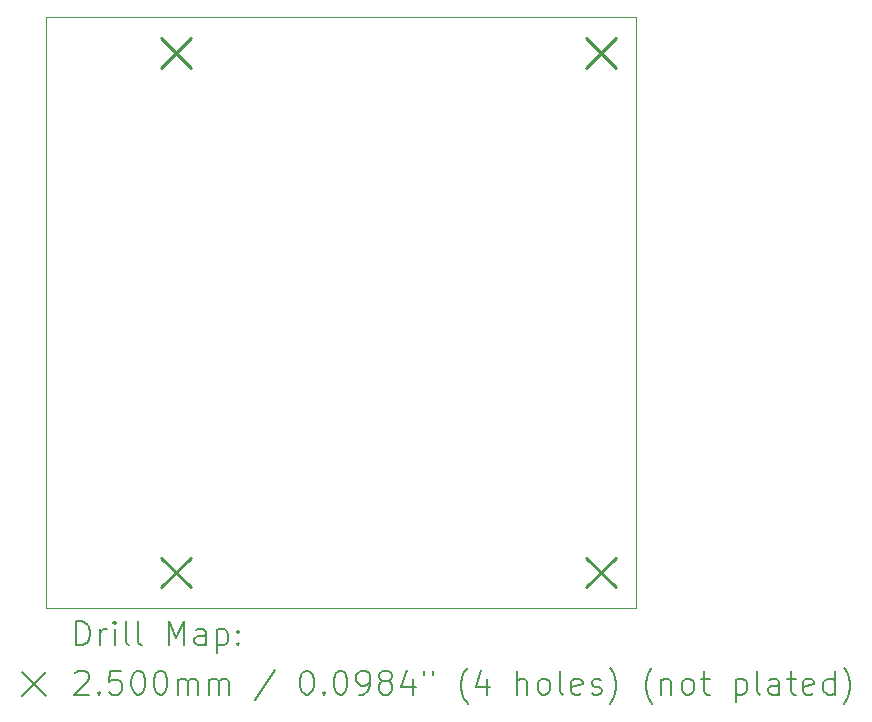
<source format=gbr>
%TF.GenerationSoftware,KiCad,Pcbnew,8.0.8*%
%TF.CreationDate,2025-02-21T19:24:58+11:00*%
%TF.ProjectId,RP2350LevelShifter,52503233-3530-44c6-9576-656c53686966,rev?*%
%TF.SameCoordinates,Original*%
%TF.FileFunction,Drillmap*%
%TF.FilePolarity,Positive*%
%FSLAX45Y45*%
G04 Gerber Fmt 4.5, Leading zero omitted, Abs format (unit mm)*
G04 Created by KiCad (PCBNEW 8.0.8) date 2025-02-21 19:24:58*
%MOMM*%
%LPD*%
G01*
G04 APERTURE LIST*
%ADD10C,0.050000*%
%ADD11C,0.200000*%
%ADD12C,0.250000*%
G04 APERTURE END LIST*
D10*
X11200000Y-13550000D02*
X16200000Y-13550000D01*
X11200000Y-8550000D02*
X16200000Y-8550000D01*
X11200000Y-8550000D02*
X11200000Y-13550000D01*
X16200000Y-13550000D02*
X16200000Y-8550000D01*
D11*
D12*
X12175000Y-8725000D02*
X12425000Y-8975000D01*
X12425000Y-8725000D02*
X12175000Y-8975000D01*
X12175000Y-13125000D02*
X12425000Y-13375000D01*
X12425000Y-13125000D02*
X12175000Y-13375000D01*
X15775000Y-8725000D02*
X16025000Y-8975000D01*
X16025000Y-8725000D02*
X15775000Y-8975000D01*
X15775000Y-13125000D02*
X16025000Y-13375000D01*
X16025000Y-13125000D02*
X15775000Y-13375000D01*
D11*
X11458277Y-13863984D02*
X11458277Y-13663984D01*
X11458277Y-13663984D02*
X11505896Y-13663984D01*
X11505896Y-13663984D02*
X11534467Y-13673508D01*
X11534467Y-13673508D02*
X11553515Y-13692555D01*
X11553515Y-13692555D02*
X11563039Y-13711603D01*
X11563039Y-13711603D02*
X11572562Y-13749698D01*
X11572562Y-13749698D02*
X11572562Y-13778269D01*
X11572562Y-13778269D02*
X11563039Y-13816365D01*
X11563039Y-13816365D02*
X11553515Y-13835412D01*
X11553515Y-13835412D02*
X11534467Y-13854460D01*
X11534467Y-13854460D02*
X11505896Y-13863984D01*
X11505896Y-13863984D02*
X11458277Y-13863984D01*
X11658277Y-13863984D02*
X11658277Y-13730650D01*
X11658277Y-13768746D02*
X11667801Y-13749698D01*
X11667801Y-13749698D02*
X11677324Y-13740174D01*
X11677324Y-13740174D02*
X11696372Y-13730650D01*
X11696372Y-13730650D02*
X11715420Y-13730650D01*
X11782086Y-13863984D02*
X11782086Y-13730650D01*
X11782086Y-13663984D02*
X11772562Y-13673508D01*
X11772562Y-13673508D02*
X11782086Y-13683031D01*
X11782086Y-13683031D02*
X11791610Y-13673508D01*
X11791610Y-13673508D02*
X11782086Y-13663984D01*
X11782086Y-13663984D02*
X11782086Y-13683031D01*
X11905896Y-13863984D02*
X11886848Y-13854460D01*
X11886848Y-13854460D02*
X11877324Y-13835412D01*
X11877324Y-13835412D02*
X11877324Y-13663984D01*
X12010658Y-13863984D02*
X11991610Y-13854460D01*
X11991610Y-13854460D02*
X11982086Y-13835412D01*
X11982086Y-13835412D02*
X11982086Y-13663984D01*
X12239229Y-13863984D02*
X12239229Y-13663984D01*
X12239229Y-13663984D02*
X12305896Y-13806841D01*
X12305896Y-13806841D02*
X12372562Y-13663984D01*
X12372562Y-13663984D02*
X12372562Y-13863984D01*
X12553515Y-13863984D02*
X12553515Y-13759222D01*
X12553515Y-13759222D02*
X12543991Y-13740174D01*
X12543991Y-13740174D02*
X12524943Y-13730650D01*
X12524943Y-13730650D02*
X12486848Y-13730650D01*
X12486848Y-13730650D02*
X12467801Y-13740174D01*
X12553515Y-13854460D02*
X12534467Y-13863984D01*
X12534467Y-13863984D02*
X12486848Y-13863984D01*
X12486848Y-13863984D02*
X12467801Y-13854460D01*
X12467801Y-13854460D02*
X12458277Y-13835412D01*
X12458277Y-13835412D02*
X12458277Y-13816365D01*
X12458277Y-13816365D02*
X12467801Y-13797317D01*
X12467801Y-13797317D02*
X12486848Y-13787793D01*
X12486848Y-13787793D02*
X12534467Y-13787793D01*
X12534467Y-13787793D02*
X12553515Y-13778269D01*
X12648753Y-13730650D02*
X12648753Y-13930650D01*
X12648753Y-13740174D02*
X12667801Y-13730650D01*
X12667801Y-13730650D02*
X12705896Y-13730650D01*
X12705896Y-13730650D02*
X12724943Y-13740174D01*
X12724943Y-13740174D02*
X12734467Y-13749698D01*
X12734467Y-13749698D02*
X12743991Y-13768746D01*
X12743991Y-13768746D02*
X12743991Y-13825888D01*
X12743991Y-13825888D02*
X12734467Y-13844936D01*
X12734467Y-13844936D02*
X12724943Y-13854460D01*
X12724943Y-13854460D02*
X12705896Y-13863984D01*
X12705896Y-13863984D02*
X12667801Y-13863984D01*
X12667801Y-13863984D02*
X12648753Y-13854460D01*
X12829705Y-13844936D02*
X12839229Y-13854460D01*
X12839229Y-13854460D02*
X12829705Y-13863984D01*
X12829705Y-13863984D02*
X12820182Y-13854460D01*
X12820182Y-13854460D02*
X12829705Y-13844936D01*
X12829705Y-13844936D02*
X12829705Y-13863984D01*
X12829705Y-13740174D02*
X12839229Y-13749698D01*
X12839229Y-13749698D02*
X12829705Y-13759222D01*
X12829705Y-13759222D02*
X12820182Y-13749698D01*
X12820182Y-13749698D02*
X12829705Y-13740174D01*
X12829705Y-13740174D02*
X12829705Y-13759222D01*
X10997500Y-14092500D02*
X11197500Y-14292500D01*
X11197500Y-14092500D02*
X10997500Y-14292500D01*
X11448753Y-14103031D02*
X11458277Y-14093508D01*
X11458277Y-14093508D02*
X11477324Y-14083984D01*
X11477324Y-14083984D02*
X11524943Y-14083984D01*
X11524943Y-14083984D02*
X11543991Y-14093508D01*
X11543991Y-14093508D02*
X11553515Y-14103031D01*
X11553515Y-14103031D02*
X11563039Y-14122079D01*
X11563039Y-14122079D02*
X11563039Y-14141127D01*
X11563039Y-14141127D02*
X11553515Y-14169698D01*
X11553515Y-14169698D02*
X11439229Y-14283984D01*
X11439229Y-14283984D02*
X11563039Y-14283984D01*
X11648753Y-14264936D02*
X11658277Y-14274460D01*
X11658277Y-14274460D02*
X11648753Y-14283984D01*
X11648753Y-14283984D02*
X11639229Y-14274460D01*
X11639229Y-14274460D02*
X11648753Y-14264936D01*
X11648753Y-14264936D02*
X11648753Y-14283984D01*
X11839229Y-14083984D02*
X11743991Y-14083984D01*
X11743991Y-14083984D02*
X11734467Y-14179222D01*
X11734467Y-14179222D02*
X11743991Y-14169698D01*
X11743991Y-14169698D02*
X11763039Y-14160174D01*
X11763039Y-14160174D02*
X11810658Y-14160174D01*
X11810658Y-14160174D02*
X11829705Y-14169698D01*
X11829705Y-14169698D02*
X11839229Y-14179222D01*
X11839229Y-14179222D02*
X11848753Y-14198269D01*
X11848753Y-14198269D02*
X11848753Y-14245888D01*
X11848753Y-14245888D02*
X11839229Y-14264936D01*
X11839229Y-14264936D02*
X11829705Y-14274460D01*
X11829705Y-14274460D02*
X11810658Y-14283984D01*
X11810658Y-14283984D02*
X11763039Y-14283984D01*
X11763039Y-14283984D02*
X11743991Y-14274460D01*
X11743991Y-14274460D02*
X11734467Y-14264936D01*
X11972562Y-14083984D02*
X11991610Y-14083984D01*
X11991610Y-14083984D02*
X12010658Y-14093508D01*
X12010658Y-14093508D02*
X12020182Y-14103031D01*
X12020182Y-14103031D02*
X12029705Y-14122079D01*
X12029705Y-14122079D02*
X12039229Y-14160174D01*
X12039229Y-14160174D02*
X12039229Y-14207793D01*
X12039229Y-14207793D02*
X12029705Y-14245888D01*
X12029705Y-14245888D02*
X12020182Y-14264936D01*
X12020182Y-14264936D02*
X12010658Y-14274460D01*
X12010658Y-14274460D02*
X11991610Y-14283984D01*
X11991610Y-14283984D02*
X11972562Y-14283984D01*
X11972562Y-14283984D02*
X11953515Y-14274460D01*
X11953515Y-14274460D02*
X11943991Y-14264936D01*
X11943991Y-14264936D02*
X11934467Y-14245888D01*
X11934467Y-14245888D02*
X11924943Y-14207793D01*
X11924943Y-14207793D02*
X11924943Y-14160174D01*
X11924943Y-14160174D02*
X11934467Y-14122079D01*
X11934467Y-14122079D02*
X11943991Y-14103031D01*
X11943991Y-14103031D02*
X11953515Y-14093508D01*
X11953515Y-14093508D02*
X11972562Y-14083984D01*
X12163039Y-14083984D02*
X12182086Y-14083984D01*
X12182086Y-14083984D02*
X12201134Y-14093508D01*
X12201134Y-14093508D02*
X12210658Y-14103031D01*
X12210658Y-14103031D02*
X12220182Y-14122079D01*
X12220182Y-14122079D02*
X12229705Y-14160174D01*
X12229705Y-14160174D02*
X12229705Y-14207793D01*
X12229705Y-14207793D02*
X12220182Y-14245888D01*
X12220182Y-14245888D02*
X12210658Y-14264936D01*
X12210658Y-14264936D02*
X12201134Y-14274460D01*
X12201134Y-14274460D02*
X12182086Y-14283984D01*
X12182086Y-14283984D02*
X12163039Y-14283984D01*
X12163039Y-14283984D02*
X12143991Y-14274460D01*
X12143991Y-14274460D02*
X12134467Y-14264936D01*
X12134467Y-14264936D02*
X12124943Y-14245888D01*
X12124943Y-14245888D02*
X12115420Y-14207793D01*
X12115420Y-14207793D02*
X12115420Y-14160174D01*
X12115420Y-14160174D02*
X12124943Y-14122079D01*
X12124943Y-14122079D02*
X12134467Y-14103031D01*
X12134467Y-14103031D02*
X12143991Y-14093508D01*
X12143991Y-14093508D02*
X12163039Y-14083984D01*
X12315420Y-14283984D02*
X12315420Y-14150650D01*
X12315420Y-14169698D02*
X12324943Y-14160174D01*
X12324943Y-14160174D02*
X12343991Y-14150650D01*
X12343991Y-14150650D02*
X12372563Y-14150650D01*
X12372563Y-14150650D02*
X12391610Y-14160174D01*
X12391610Y-14160174D02*
X12401134Y-14179222D01*
X12401134Y-14179222D02*
X12401134Y-14283984D01*
X12401134Y-14179222D02*
X12410658Y-14160174D01*
X12410658Y-14160174D02*
X12429705Y-14150650D01*
X12429705Y-14150650D02*
X12458277Y-14150650D01*
X12458277Y-14150650D02*
X12477324Y-14160174D01*
X12477324Y-14160174D02*
X12486848Y-14179222D01*
X12486848Y-14179222D02*
X12486848Y-14283984D01*
X12582086Y-14283984D02*
X12582086Y-14150650D01*
X12582086Y-14169698D02*
X12591610Y-14160174D01*
X12591610Y-14160174D02*
X12610658Y-14150650D01*
X12610658Y-14150650D02*
X12639229Y-14150650D01*
X12639229Y-14150650D02*
X12658277Y-14160174D01*
X12658277Y-14160174D02*
X12667801Y-14179222D01*
X12667801Y-14179222D02*
X12667801Y-14283984D01*
X12667801Y-14179222D02*
X12677324Y-14160174D01*
X12677324Y-14160174D02*
X12696372Y-14150650D01*
X12696372Y-14150650D02*
X12724943Y-14150650D01*
X12724943Y-14150650D02*
X12743991Y-14160174D01*
X12743991Y-14160174D02*
X12753515Y-14179222D01*
X12753515Y-14179222D02*
X12753515Y-14283984D01*
X13143991Y-14074460D02*
X12972563Y-14331603D01*
X13401134Y-14083984D02*
X13420182Y-14083984D01*
X13420182Y-14083984D02*
X13439229Y-14093508D01*
X13439229Y-14093508D02*
X13448753Y-14103031D01*
X13448753Y-14103031D02*
X13458277Y-14122079D01*
X13458277Y-14122079D02*
X13467801Y-14160174D01*
X13467801Y-14160174D02*
X13467801Y-14207793D01*
X13467801Y-14207793D02*
X13458277Y-14245888D01*
X13458277Y-14245888D02*
X13448753Y-14264936D01*
X13448753Y-14264936D02*
X13439229Y-14274460D01*
X13439229Y-14274460D02*
X13420182Y-14283984D01*
X13420182Y-14283984D02*
X13401134Y-14283984D01*
X13401134Y-14283984D02*
X13382086Y-14274460D01*
X13382086Y-14274460D02*
X13372563Y-14264936D01*
X13372563Y-14264936D02*
X13363039Y-14245888D01*
X13363039Y-14245888D02*
X13353515Y-14207793D01*
X13353515Y-14207793D02*
X13353515Y-14160174D01*
X13353515Y-14160174D02*
X13363039Y-14122079D01*
X13363039Y-14122079D02*
X13372563Y-14103031D01*
X13372563Y-14103031D02*
X13382086Y-14093508D01*
X13382086Y-14093508D02*
X13401134Y-14083984D01*
X13553515Y-14264936D02*
X13563039Y-14274460D01*
X13563039Y-14274460D02*
X13553515Y-14283984D01*
X13553515Y-14283984D02*
X13543991Y-14274460D01*
X13543991Y-14274460D02*
X13553515Y-14264936D01*
X13553515Y-14264936D02*
X13553515Y-14283984D01*
X13686848Y-14083984D02*
X13705896Y-14083984D01*
X13705896Y-14083984D02*
X13724944Y-14093508D01*
X13724944Y-14093508D02*
X13734467Y-14103031D01*
X13734467Y-14103031D02*
X13743991Y-14122079D01*
X13743991Y-14122079D02*
X13753515Y-14160174D01*
X13753515Y-14160174D02*
X13753515Y-14207793D01*
X13753515Y-14207793D02*
X13743991Y-14245888D01*
X13743991Y-14245888D02*
X13734467Y-14264936D01*
X13734467Y-14264936D02*
X13724944Y-14274460D01*
X13724944Y-14274460D02*
X13705896Y-14283984D01*
X13705896Y-14283984D02*
X13686848Y-14283984D01*
X13686848Y-14283984D02*
X13667801Y-14274460D01*
X13667801Y-14274460D02*
X13658277Y-14264936D01*
X13658277Y-14264936D02*
X13648753Y-14245888D01*
X13648753Y-14245888D02*
X13639229Y-14207793D01*
X13639229Y-14207793D02*
X13639229Y-14160174D01*
X13639229Y-14160174D02*
X13648753Y-14122079D01*
X13648753Y-14122079D02*
X13658277Y-14103031D01*
X13658277Y-14103031D02*
X13667801Y-14093508D01*
X13667801Y-14093508D02*
X13686848Y-14083984D01*
X13848753Y-14283984D02*
X13886848Y-14283984D01*
X13886848Y-14283984D02*
X13905896Y-14274460D01*
X13905896Y-14274460D02*
X13915420Y-14264936D01*
X13915420Y-14264936D02*
X13934467Y-14236365D01*
X13934467Y-14236365D02*
X13943991Y-14198269D01*
X13943991Y-14198269D02*
X13943991Y-14122079D01*
X13943991Y-14122079D02*
X13934467Y-14103031D01*
X13934467Y-14103031D02*
X13924944Y-14093508D01*
X13924944Y-14093508D02*
X13905896Y-14083984D01*
X13905896Y-14083984D02*
X13867801Y-14083984D01*
X13867801Y-14083984D02*
X13848753Y-14093508D01*
X13848753Y-14093508D02*
X13839229Y-14103031D01*
X13839229Y-14103031D02*
X13829706Y-14122079D01*
X13829706Y-14122079D02*
X13829706Y-14169698D01*
X13829706Y-14169698D02*
X13839229Y-14188746D01*
X13839229Y-14188746D02*
X13848753Y-14198269D01*
X13848753Y-14198269D02*
X13867801Y-14207793D01*
X13867801Y-14207793D02*
X13905896Y-14207793D01*
X13905896Y-14207793D02*
X13924944Y-14198269D01*
X13924944Y-14198269D02*
X13934467Y-14188746D01*
X13934467Y-14188746D02*
X13943991Y-14169698D01*
X14058277Y-14169698D02*
X14039229Y-14160174D01*
X14039229Y-14160174D02*
X14029706Y-14150650D01*
X14029706Y-14150650D02*
X14020182Y-14131603D01*
X14020182Y-14131603D02*
X14020182Y-14122079D01*
X14020182Y-14122079D02*
X14029706Y-14103031D01*
X14029706Y-14103031D02*
X14039229Y-14093508D01*
X14039229Y-14093508D02*
X14058277Y-14083984D01*
X14058277Y-14083984D02*
X14096372Y-14083984D01*
X14096372Y-14083984D02*
X14115420Y-14093508D01*
X14115420Y-14093508D02*
X14124944Y-14103031D01*
X14124944Y-14103031D02*
X14134467Y-14122079D01*
X14134467Y-14122079D02*
X14134467Y-14131603D01*
X14134467Y-14131603D02*
X14124944Y-14150650D01*
X14124944Y-14150650D02*
X14115420Y-14160174D01*
X14115420Y-14160174D02*
X14096372Y-14169698D01*
X14096372Y-14169698D02*
X14058277Y-14169698D01*
X14058277Y-14169698D02*
X14039229Y-14179222D01*
X14039229Y-14179222D02*
X14029706Y-14188746D01*
X14029706Y-14188746D02*
X14020182Y-14207793D01*
X14020182Y-14207793D02*
X14020182Y-14245888D01*
X14020182Y-14245888D02*
X14029706Y-14264936D01*
X14029706Y-14264936D02*
X14039229Y-14274460D01*
X14039229Y-14274460D02*
X14058277Y-14283984D01*
X14058277Y-14283984D02*
X14096372Y-14283984D01*
X14096372Y-14283984D02*
X14115420Y-14274460D01*
X14115420Y-14274460D02*
X14124944Y-14264936D01*
X14124944Y-14264936D02*
X14134467Y-14245888D01*
X14134467Y-14245888D02*
X14134467Y-14207793D01*
X14134467Y-14207793D02*
X14124944Y-14188746D01*
X14124944Y-14188746D02*
X14115420Y-14179222D01*
X14115420Y-14179222D02*
X14096372Y-14169698D01*
X14305896Y-14150650D02*
X14305896Y-14283984D01*
X14258277Y-14074460D02*
X14210658Y-14217317D01*
X14210658Y-14217317D02*
X14334467Y-14217317D01*
X14401134Y-14083984D02*
X14401134Y-14122079D01*
X14477325Y-14083984D02*
X14477325Y-14122079D01*
X14772563Y-14360174D02*
X14763039Y-14350650D01*
X14763039Y-14350650D02*
X14743991Y-14322079D01*
X14743991Y-14322079D02*
X14734468Y-14303031D01*
X14734468Y-14303031D02*
X14724944Y-14274460D01*
X14724944Y-14274460D02*
X14715420Y-14226841D01*
X14715420Y-14226841D02*
X14715420Y-14188746D01*
X14715420Y-14188746D02*
X14724944Y-14141127D01*
X14724944Y-14141127D02*
X14734468Y-14112555D01*
X14734468Y-14112555D02*
X14743991Y-14093508D01*
X14743991Y-14093508D02*
X14763039Y-14064936D01*
X14763039Y-14064936D02*
X14772563Y-14055412D01*
X14934468Y-14150650D02*
X14934468Y-14283984D01*
X14886848Y-14074460D02*
X14839229Y-14217317D01*
X14839229Y-14217317D02*
X14963039Y-14217317D01*
X15191610Y-14283984D02*
X15191610Y-14083984D01*
X15277325Y-14283984D02*
X15277325Y-14179222D01*
X15277325Y-14179222D02*
X15267801Y-14160174D01*
X15267801Y-14160174D02*
X15248753Y-14150650D01*
X15248753Y-14150650D02*
X15220182Y-14150650D01*
X15220182Y-14150650D02*
X15201134Y-14160174D01*
X15201134Y-14160174D02*
X15191610Y-14169698D01*
X15401134Y-14283984D02*
X15382087Y-14274460D01*
X15382087Y-14274460D02*
X15372563Y-14264936D01*
X15372563Y-14264936D02*
X15363039Y-14245888D01*
X15363039Y-14245888D02*
X15363039Y-14188746D01*
X15363039Y-14188746D02*
X15372563Y-14169698D01*
X15372563Y-14169698D02*
X15382087Y-14160174D01*
X15382087Y-14160174D02*
X15401134Y-14150650D01*
X15401134Y-14150650D02*
X15429706Y-14150650D01*
X15429706Y-14150650D02*
X15448753Y-14160174D01*
X15448753Y-14160174D02*
X15458277Y-14169698D01*
X15458277Y-14169698D02*
X15467801Y-14188746D01*
X15467801Y-14188746D02*
X15467801Y-14245888D01*
X15467801Y-14245888D02*
X15458277Y-14264936D01*
X15458277Y-14264936D02*
X15448753Y-14274460D01*
X15448753Y-14274460D02*
X15429706Y-14283984D01*
X15429706Y-14283984D02*
X15401134Y-14283984D01*
X15582087Y-14283984D02*
X15563039Y-14274460D01*
X15563039Y-14274460D02*
X15553515Y-14255412D01*
X15553515Y-14255412D02*
X15553515Y-14083984D01*
X15734468Y-14274460D02*
X15715420Y-14283984D01*
X15715420Y-14283984D02*
X15677325Y-14283984D01*
X15677325Y-14283984D02*
X15658277Y-14274460D01*
X15658277Y-14274460D02*
X15648753Y-14255412D01*
X15648753Y-14255412D02*
X15648753Y-14179222D01*
X15648753Y-14179222D02*
X15658277Y-14160174D01*
X15658277Y-14160174D02*
X15677325Y-14150650D01*
X15677325Y-14150650D02*
X15715420Y-14150650D01*
X15715420Y-14150650D02*
X15734468Y-14160174D01*
X15734468Y-14160174D02*
X15743991Y-14179222D01*
X15743991Y-14179222D02*
X15743991Y-14198269D01*
X15743991Y-14198269D02*
X15648753Y-14217317D01*
X15820182Y-14274460D02*
X15839230Y-14283984D01*
X15839230Y-14283984D02*
X15877325Y-14283984D01*
X15877325Y-14283984D02*
X15896372Y-14274460D01*
X15896372Y-14274460D02*
X15905896Y-14255412D01*
X15905896Y-14255412D02*
X15905896Y-14245888D01*
X15905896Y-14245888D02*
X15896372Y-14226841D01*
X15896372Y-14226841D02*
X15877325Y-14217317D01*
X15877325Y-14217317D02*
X15848753Y-14217317D01*
X15848753Y-14217317D02*
X15829706Y-14207793D01*
X15829706Y-14207793D02*
X15820182Y-14188746D01*
X15820182Y-14188746D02*
X15820182Y-14179222D01*
X15820182Y-14179222D02*
X15829706Y-14160174D01*
X15829706Y-14160174D02*
X15848753Y-14150650D01*
X15848753Y-14150650D02*
X15877325Y-14150650D01*
X15877325Y-14150650D02*
X15896372Y-14160174D01*
X15972563Y-14360174D02*
X15982087Y-14350650D01*
X15982087Y-14350650D02*
X16001134Y-14322079D01*
X16001134Y-14322079D02*
X16010658Y-14303031D01*
X16010658Y-14303031D02*
X16020182Y-14274460D01*
X16020182Y-14274460D02*
X16029706Y-14226841D01*
X16029706Y-14226841D02*
X16029706Y-14188746D01*
X16029706Y-14188746D02*
X16020182Y-14141127D01*
X16020182Y-14141127D02*
X16010658Y-14112555D01*
X16010658Y-14112555D02*
X16001134Y-14093508D01*
X16001134Y-14093508D02*
X15982087Y-14064936D01*
X15982087Y-14064936D02*
X15972563Y-14055412D01*
X16334468Y-14360174D02*
X16324944Y-14350650D01*
X16324944Y-14350650D02*
X16305896Y-14322079D01*
X16305896Y-14322079D02*
X16296372Y-14303031D01*
X16296372Y-14303031D02*
X16286849Y-14274460D01*
X16286849Y-14274460D02*
X16277325Y-14226841D01*
X16277325Y-14226841D02*
X16277325Y-14188746D01*
X16277325Y-14188746D02*
X16286849Y-14141127D01*
X16286849Y-14141127D02*
X16296372Y-14112555D01*
X16296372Y-14112555D02*
X16305896Y-14093508D01*
X16305896Y-14093508D02*
X16324944Y-14064936D01*
X16324944Y-14064936D02*
X16334468Y-14055412D01*
X16410658Y-14150650D02*
X16410658Y-14283984D01*
X16410658Y-14169698D02*
X16420182Y-14160174D01*
X16420182Y-14160174D02*
X16439230Y-14150650D01*
X16439230Y-14150650D02*
X16467801Y-14150650D01*
X16467801Y-14150650D02*
X16486849Y-14160174D01*
X16486849Y-14160174D02*
X16496372Y-14179222D01*
X16496372Y-14179222D02*
X16496372Y-14283984D01*
X16620182Y-14283984D02*
X16601134Y-14274460D01*
X16601134Y-14274460D02*
X16591611Y-14264936D01*
X16591611Y-14264936D02*
X16582087Y-14245888D01*
X16582087Y-14245888D02*
X16582087Y-14188746D01*
X16582087Y-14188746D02*
X16591611Y-14169698D01*
X16591611Y-14169698D02*
X16601134Y-14160174D01*
X16601134Y-14160174D02*
X16620182Y-14150650D01*
X16620182Y-14150650D02*
X16648753Y-14150650D01*
X16648753Y-14150650D02*
X16667801Y-14160174D01*
X16667801Y-14160174D02*
X16677325Y-14169698D01*
X16677325Y-14169698D02*
X16686849Y-14188746D01*
X16686849Y-14188746D02*
X16686849Y-14245888D01*
X16686849Y-14245888D02*
X16677325Y-14264936D01*
X16677325Y-14264936D02*
X16667801Y-14274460D01*
X16667801Y-14274460D02*
X16648753Y-14283984D01*
X16648753Y-14283984D02*
X16620182Y-14283984D01*
X16743992Y-14150650D02*
X16820182Y-14150650D01*
X16772563Y-14083984D02*
X16772563Y-14255412D01*
X16772563Y-14255412D02*
X16782087Y-14274460D01*
X16782087Y-14274460D02*
X16801134Y-14283984D01*
X16801134Y-14283984D02*
X16820182Y-14283984D01*
X17039230Y-14150650D02*
X17039230Y-14350650D01*
X17039230Y-14160174D02*
X17058277Y-14150650D01*
X17058277Y-14150650D02*
X17096373Y-14150650D01*
X17096373Y-14150650D02*
X17115420Y-14160174D01*
X17115420Y-14160174D02*
X17124944Y-14169698D01*
X17124944Y-14169698D02*
X17134468Y-14188746D01*
X17134468Y-14188746D02*
X17134468Y-14245888D01*
X17134468Y-14245888D02*
X17124944Y-14264936D01*
X17124944Y-14264936D02*
X17115420Y-14274460D01*
X17115420Y-14274460D02*
X17096373Y-14283984D01*
X17096373Y-14283984D02*
X17058277Y-14283984D01*
X17058277Y-14283984D02*
X17039230Y-14274460D01*
X17248754Y-14283984D02*
X17229706Y-14274460D01*
X17229706Y-14274460D02*
X17220182Y-14255412D01*
X17220182Y-14255412D02*
X17220182Y-14083984D01*
X17410658Y-14283984D02*
X17410658Y-14179222D01*
X17410658Y-14179222D02*
X17401135Y-14160174D01*
X17401135Y-14160174D02*
X17382087Y-14150650D01*
X17382087Y-14150650D02*
X17343992Y-14150650D01*
X17343992Y-14150650D02*
X17324944Y-14160174D01*
X17410658Y-14274460D02*
X17391611Y-14283984D01*
X17391611Y-14283984D02*
X17343992Y-14283984D01*
X17343992Y-14283984D02*
X17324944Y-14274460D01*
X17324944Y-14274460D02*
X17315420Y-14255412D01*
X17315420Y-14255412D02*
X17315420Y-14236365D01*
X17315420Y-14236365D02*
X17324944Y-14217317D01*
X17324944Y-14217317D02*
X17343992Y-14207793D01*
X17343992Y-14207793D02*
X17391611Y-14207793D01*
X17391611Y-14207793D02*
X17410658Y-14198269D01*
X17477325Y-14150650D02*
X17553515Y-14150650D01*
X17505896Y-14083984D02*
X17505896Y-14255412D01*
X17505896Y-14255412D02*
X17515420Y-14274460D01*
X17515420Y-14274460D02*
X17534468Y-14283984D01*
X17534468Y-14283984D02*
X17553515Y-14283984D01*
X17696373Y-14274460D02*
X17677325Y-14283984D01*
X17677325Y-14283984D02*
X17639230Y-14283984D01*
X17639230Y-14283984D02*
X17620182Y-14274460D01*
X17620182Y-14274460D02*
X17610658Y-14255412D01*
X17610658Y-14255412D02*
X17610658Y-14179222D01*
X17610658Y-14179222D02*
X17620182Y-14160174D01*
X17620182Y-14160174D02*
X17639230Y-14150650D01*
X17639230Y-14150650D02*
X17677325Y-14150650D01*
X17677325Y-14150650D02*
X17696373Y-14160174D01*
X17696373Y-14160174D02*
X17705896Y-14179222D01*
X17705896Y-14179222D02*
X17705896Y-14198269D01*
X17705896Y-14198269D02*
X17610658Y-14217317D01*
X17877325Y-14283984D02*
X17877325Y-14083984D01*
X17877325Y-14274460D02*
X17858277Y-14283984D01*
X17858277Y-14283984D02*
X17820182Y-14283984D01*
X17820182Y-14283984D02*
X17801135Y-14274460D01*
X17801135Y-14274460D02*
X17791611Y-14264936D01*
X17791611Y-14264936D02*
X17782087Y-14245888D01*
X17782087Y-14245888D02*
X17782087Y-14188746D01*
X17782087Y-14188746D02*
X17791611Y-14169698D01*
X17791611Y-14169698D02*
X17801135Y-14160174D01*
X17801135Y-14160174D02*
X17820182Y-14150650D01*
X17820182Y-14150650D02*
X17858277Y-14150650D01*
X17858277Y-14150650D02*
X17877325Y-14160174D01*
X17953516Y-14360174D02*
X17963039Y-14350650D01*
X17963039Y-14350650D02*
X17982087Y-14322079D01*
X17982087Y-14322079D02*
X17991611Y-14303031D01*
X17991611Y-14303031D02*
X18001135Y-14274460D01*
X18001135Y-14274460D02*
X18010658Y-14226841D01*
X18010658Y-14226841D02*
X18010658Y-14188746D01*
X18010658Y-14188746D02*
X18001135Y-14141127D01*
X18001135Y-14141127D02*
X17991611Y-14112555D01*
X17991611Y-14112555D02*
X17982087Y-14093508D01*
X17982087Y-14093508D02*
X17963039Y-14064936D01*
X17963039Y-14064936D02*
X17953516Y-14055412D01*
M02*

</source>
